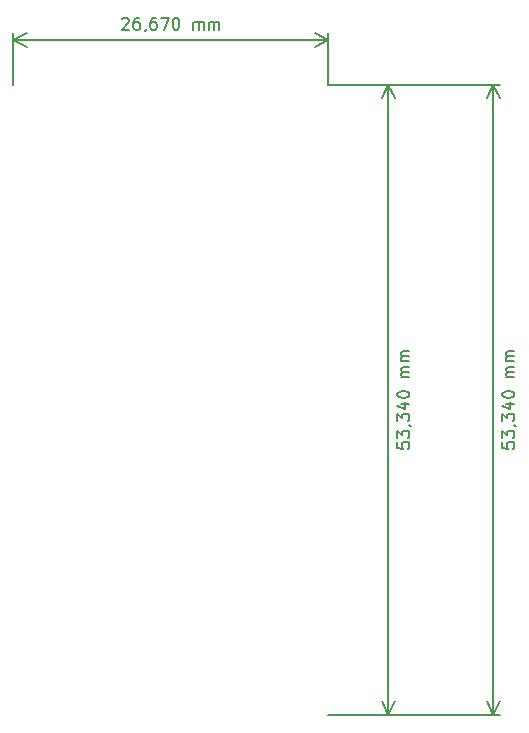
<source format=gbr>
G04 #@! TF.GenerationSoftware,KiCad,Pcbnew,(5.1.6)-1*
G04 #@! TF.CreationDate,2020-07-07T10:11:21-05:00*
G04 #@! TF.ProjectId,Ductos,44756374-6f73-42e6-9b69-6361645f7063,rev?*
G04 #@! TF.SameCoordinates,Original*
G04 #@! TF.FileFunction,OtherDrawing,Comment*
%FSLAX46Y46*%
G04 Gerber Fmt 4.6, Leading zero omitted, Abs format (unit mm)*
G04 Created by KiCad (PCBNEW (5.1.6)-1) date 2020-07-07 10:11:21*
%MOMM*%
%LPD*%
G01*
G04 APERTURE LIST*
%ADD10C,0.150000*%
G04 APERTURE END LIST*
D10*
X127752380Y-69659047D02*
X127752380Y-70135238D01*
X128228571Y-70182857D01*
X128180952Y-70135238D01*
X128133333Y-70040000D01*
X128133333Y-69801904D01*
X128180952Y-69706666D01*
X128228571Y-69659047D01*
X128323809Y-69611428D01*
X128561904Y-69611428D01*
X128657142Y-69659047D01*
X128704761Y-69706666D01*
X128752380Y-69801904D01*
X128752380Y-70040000D01*
X128704761Y-70135238D01*
X128657142Y-70182857D01*
X127752380Y-69278095D02*
X127752380Y-68659047D01*
X128133333Y-68992380D01*
X128133333Y-68849523D01*
X128180952Y-68754285D01*
X128228571Y-68706666D01*
X128323809Y-68659047D01*
X128561904Y-68659047D01*
X128657142Y-68706666D01*
X128704761Y-68754285D01*
X128752380Y-68849523D01*
X128752380Y-69135238D01*
X128704761Y-69230476D01*
X128657142Y-69278095D01*
X128704761Y-68182857D02*
X128752380Y-68182857D01*
X128847619Y-68230476D01*
X128895238Y-68278095D01*
X127752380Y-67849523D02*
X127752380Y-67230476D01*
X128133333Y-67563809D01*
X128133333Y-67420952D01*
X128180952Y-67325714D01*
X128228571Y-67278095D01*
X128323809Y-67230476D01*
X128561904Y-67230476D01*
X128657142Y-67278095D01*
X128704761Y-67325714D01*
X128752380Y-67420952D01*
X128752380Y-67706666D01*
X128704761Y-67801904D01*
X128657142Y-67849523D01*
X128085714Y-66373333D02*
X128752380Y-66373333D01*
X127704761Y-66611428D02*
X128419047Y-66849523D01*
X128419047Y-66230476D01*
X127752380Y-65659047D02*
X127752380Y-65563809D01*
X127800000Y-65468571D01*
X127847619Y-65420952D01*
X127942857Y-65373333D01*
X128133333Y-65325714D01*
X128371428Y-65325714D01*
X128561904Y-65373333D01*
X128657142Y-65420952D01*
X128704761Y-65468571D01*
X128752380Y-65563809D01*
X128752380Y-65659047D01*
X128704761Y-65754285D01*
X128657142Y-65801904D01*
X128561904Y-65849523D01*
X128371428Y-65897142D01*
X128133333Y-65897142D01*
X127942857Y-65849523D01*
X127847619Y-65801904D01*
X127800000Y-65754285D01*
X127752380Y-65659047D01*
X128752380Y-64135238D02*
X128085714Y-64135238D01*
X128180952Y-64135238D02*
X128133333Y-64087619D01*
X128085714Y-63992380D01*
X128085714Y-63849523D01*
X128133333Y-63754285D01*
X128228571Y-63706666D01*
X128752380Y-63706666D01*
X128228571Y-63706666D02*
X128133333Y-63659047D01*
X128085714Y-63563809D01*
X128085714Y-63420952D01*
X128133333Y-63325714D01*
X128228571Y-63278095D01*
X128752380Y-63278095D01*
X128752380Y-62801904D02*
X128085714Y-62801904D01*
X128180952Y-62801904D02*
X128133333Y-62754285D01*
X128085714Y-62659047D01*
X128085714Y-62516190D01*
X128133333Y-62420952D01*
X128228571Y-62373333D01*
X128752380Y-62373333D01*
X128228571Y-62373333D02*
X128133333Y-62325714D01*
X128085714Y-62230476D01*
X128085714Y-62087619D01*
X128133333Y-61992380D01*
X128228571Y-61944761D01*
X128752380Y-61944761D01*
X127000000Y-92710000D02*
X127000000Y-39370000D01*
X115570000Y-92710000D02*
X127586421Y-92710000D01*
X115570000Y-39370000D02*
X127586421Y-39370000D01*
X127000000Y-39370000D02*
X127586421Y-40496504D01*
X127000000Y-39370000D02*
X126413579Y-40496504D01*
X127000000Y-92710000D02*
X127586421Y-91583496D01*
X127000000Y-92710000D02*
X126413579Y-91583496D01*
X95552142Y-33807619D02*
X95599761Y-33760000D01*
X95695000Y-33712380D01*
X95933095Y-33712380D01*
X96028333Y-33760000D01*
X96075952Y-33807619D01*
X96123571Y-33902857D01*
X96123571Y-33998095D01*
X96075952Y-34140952D01*
X95504523Y-34712380D01*
X96123571Y-34712380D01*
X96980714Y-33712380D02*
X96790238Y-33712380D01*
X96695000Y-33760000D01*
X96647380Y-33807619D01*
X96552142Y-33950476D01*
X96504523Y-34140952D01*
X96504523Y-34521904D01*
X96552142Y-34617142D01*
X96599761Y-34664761D01*
X96695000Y-34712380D01*
X96885476Y-34712380D01*
X96980714Y-34664761D01*
X97028333Y-34617142D01*
X97075952Y-34521904D01*
X97075952Y-34283809D01*
X97028333Y-34188571D01*
X96980714Y-34140952D01*
X96885476Y-34093333D01*
X96695000Y-34093333D01*
X96599761Y-34140952D01*
X96552142Y-34188571D01*
X96504523Y-34283809D01*
X97552142Y-34664761D02*
X97552142Y-34712380D01*
X97504523Y-34807619D01*
X97456904Y-34855238D01*
X98409285Y-33712380D02*
X98218809Y-33712380D01*
X98123571Y-33760000D01*
X98075952Y-33807619D01*
X97980714Y-33950476D01*
X97933095Y-34140952D01*
X97933095Y-34521904D01*
X97980714Y-34617142D01*
X98028333Y-34664761D01*
X98123571Y-34712380D01*
X98314047Y-34712380D01*
X98409285Y-34664761D01*
X98456904Y-34617142D01*
X98504523Y-34521904D01*
X98504523Y-34283809D01*
X98456904Y-34188571D01*
X98409285Y-34140952D01*
X98314047Y-34093333D01*
X98123571Y-34093333D01*
X98028333Y-34140952D01*
X97980714Y-34188571D01*
X97933095Y-34283809D01*
X98837857Y-33712380D02*
X99504523Y-33712380D01*
X99075952Y-34712380D01*
X100075952Y-33712380D02*
X100171190Y-33712380D01*
X100266428Y-33760000D01*
X100314047Y-33807619D01*
X100361666Y-33902857D01*
X100409285Y-34093333D01*
X100409285Y-34331428D01*
X100361666Y-34521904D01*
X100314047Y-34617142D01*
X100266428Y-34664761D01*
X100171190Y-34712380D01*
X100075952Y-34712380D01*
X99980714Y-34664761D01*
X99933095Y-34617142D01*
X99885476Y-34521904D01*
X99837857Y-34331428D01*
X99837857Y-34093333D01*
X99885476Y-33902857D01*
X99933095Y-33807619D01*
X99980714Y-33760000D01*
X100075952Y-33712380D01*
X101599761Y-34712380D02*
X101599761Y-34045714D01*
X101599761Y-34140952D02*
X101647380Y-34093333D01*
X101742619Y-34045714D01*
X101885476Y-34045714D01*
X101980714Y-34093333D01*
X102028333Y-34188571D01*
X102028333Y-34712380D01*
X102028333Y-34188571D02*
X102075952Y-34093333D01*
X102171190Y-34045714D01*
X102314047Y-34045714D01*
X102409285Y-34093333D01*
X102456904Y-34188571D01*
X102456904Y-34712380D01*
X102933095Y-34712380D02*
X102933095Y-34045714D01*
X102933095Y-34140952D02*
X102980714Y-34093333D01*
X103075952Y-34045714D01*
X103218809Y-34045714D01*
X103314047Y-34093333D01*
X103361666Y-34188571D01*
X103361666Y-34712380D01*
X103361666Y-34188571D02*
X103409285Y-34093333D01*
X103504523Y-34045714D01*
X103647380Y-34045714D01*
X103742619Y-34093333D01*
X103790238Y-34188571D01*
X103790238Y-34712380D01*
X86360000Y-35560000D02*
X113030000Y-35560000D01*
X86360000Y-39370000D02*
X86360000Y-34973579D01*
X113030000Y-39370000D02*
X113030000Y-34973579D01*
X113030000Y-35560000D02*
X111903496Y-36146421D01*
X113030000Y-35560000D02*
X111903496Y-34973579D01*
X86360000Y-35560000D02*
X87486504Y-36146421D01*
X86360000Y-35560000D02*
X87486504Y-34973579D01*
X118862380Y-69659047D02*
X118862380Y-70135238D01*
X119338571Y-70182857D01*
X119290952Y-70135238D01*
X119243333Y-70040000D01*
X119243333Y-69801904D01*
X119290952Y-69706666D01*
X119338571Y-69659047D01*
X119433809Y-69611428D01*
X119671904Y-69611428D01*
X119767142Y-69659047D01*
X119814761Y-69706666D01*
X119862380Y-69801904D01*
X119862380Y-70040000D01*
X119814761Y-70135238D01*
X119767142Y-70182857D01*
X118862380Y-69278095D02*
X118862380Y-68659047D01*
X119243333Y-68992380D01*
X119243333Y-68849523D01*
X119290952Y-68754285D01*
X119338571Y-68706666D01*
X119433809Y-68659047D01*
X119671904Y-68659047D01*
X119767142Y-68706666D01*
X119814761Y-68754285D01*
X119862380Y-68849523D01*
X119862380Y-69135238D01*
X119814761Y-69230476D01*
X119767142Y-69278095D01*
X119814761Y-68182857D02*
X119862380Y-68182857D01*
X119957619Y-68230476D01*
X120005238Y-68278095D01*
X118862380Y-67849523D02*
X118862380Y-67230476D01*
X119243333Y-67563809D01*
X119243333Y-67420952D01*
X119290952Y-67325714D01*
X119338571Y-67278095D01*
X119433809Y-67230476D01*
X119671904Y-67230476D01*
X119767142Y-67278095D01*
X119814761Y-67325714D01*
X119862380Y-67420952D01*
X119862380Y-67706666D01*
X119814761Y-67801904D01*
X119767142Y-67849523D01*
X119195714Y-66373333D02*
X119862380Y-66373333D01*
X118814761Y-66611428D02*
X119529047Y-66849523D01*
X119529047Y-66230476D01*
X118862380Y-65659047D02*
X118862380Y-65563809D01*
X118910000Y-65468571D01*
X118957619Y-65420952D01*
X119052857Y-65373333D01*
X119243333Y-65325714D01*
X119481428Y-65325714D01*
X119671904Y-65373333D01*
X119767142Y-65420952D01*
X119814761Y-65468571D01*
X119862380Y-65563809D01*
X119862380Y-65659047D01*
X119814761Y-65754285D01*
X119767142Y-65801904D01*
X119671904Y-65849523D01*
X119481428Y-65897142D01*
X119243333Y-65897142D01*
X119052857Y-65849523D01*
X118957619Y-65801904D01*
X118910000Y-65754285D01*
X118862380Y-65659047D01*
X119862380Y-64135238D02*
X119195714Y-64135238D01*
X119290952Y-64135238D02*
X119243333Y-64087619D01*
X119195714Y-63992380D01*
X119195714Y-63849523D01*
X119243333Y-63754285D01*
X119338571Y-63706666D01*
X119862380Y-63706666D01*
X119338571Y-63706666D02*
X119243333Y-63659047D01*
X119195714Y-63563809D01*
X119195714Y-63420952D01*
X119243333Y-63325714D01*
X119338571Y-63278095D01*
X119862380Y-63278095D01*
X119862380Y-62801904D02*
X119195714Y-62801904D01*
X119290952Y-62801904D02*
X119243333Y-62754285D01*
X119195714Y-62659047D01*
X119195714Y-62516190D01*
X119243333Y-62420952D01*
X119338571Y-62373333D01*
X119862380Y-62373333D01*
X119338571Y-62373333D02*
X119243333Y-62325714D01*
X119195714Y-62230476D01*
X119195714Y-62087619D01*
X119243333Y-61992380D01*
X119338571Y-61944761D01*
X119862380Y-61944761D01*
X118110000Y-92710000D02*
X118110000Y-39370000D01*
X113030000Y-92710000D02*
X118696421Y-92710000D01*
X113030000Y-39370000D02*
X118696421Y-39370000D01*
X118110000Y-39370000D02*
X118696421Y-40496504D01*
X118110000Y-39370000D02*
X117523579Y-40496504D01*
X118110000Y-92710000D02*
X118696421Y-91583496D01*
X118110000Y-92710000D02*
X117523579Y-91583496D01*
M02*

</source>
